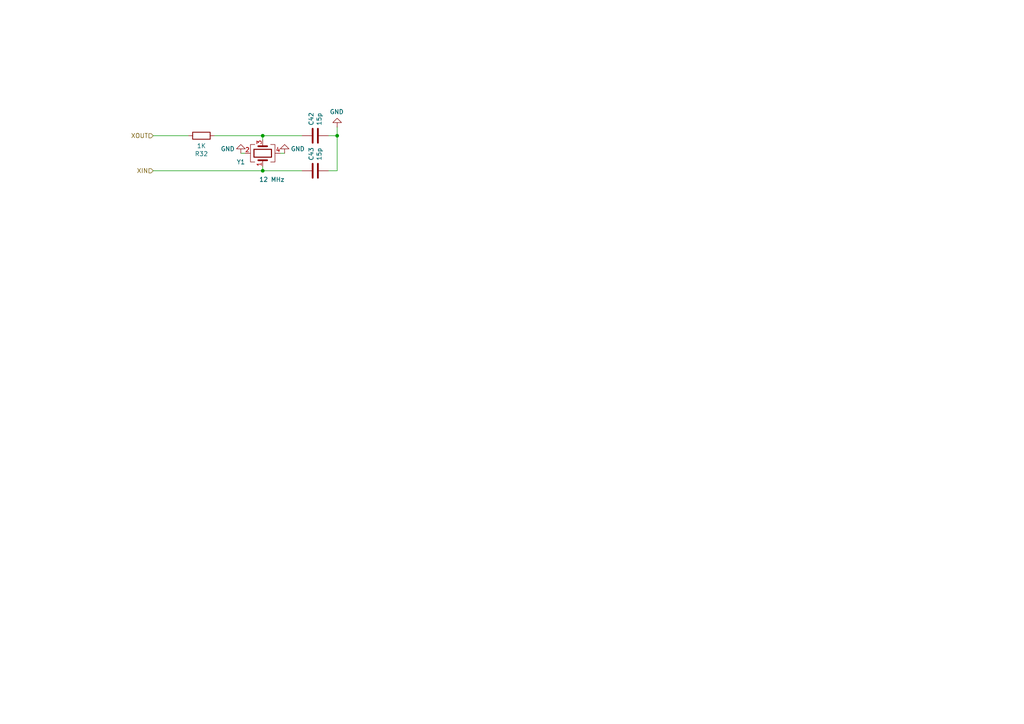
<source format=kicad_sch>
(kicad_sch (version 20231120) (generator "eeschema") (generator_version "8.0")
  (paper "A4")
  (title_block (title "FRANK M1") (date "2025-02-03") (rev "1.0") (company "Mikhail Matveev") (comment 1 "https://github.com/xtremespb/frank"))
  (lib_symbols
    (symbol "Device:C" (pin_numbers hide) (pin_names (offset 0.254))
      (property "Reference" "C" (at 0.635 2.54 0))
      (property "Value" "C" (at 0.635 -2.54 0))
      (symbol "C_0_1"
        (polyline (pts (xy -2.032 -0.762) (xy 2.032 -0.762)) (stroke (width 0.508)))
        (polyline (pts (xy -2.032 0.762) (xy 2.032 0.762)) (stroke (width 0.508)))
      )
      (symbol "C_1_1"
        (pin passive line (at 0 3.81 270) (length 2.794) (name "~") (number "1"))
        (pin passive line (at 0 -3.81 90) (length 2.794) (name "~") (number "2"))
      )
    )
    (symbol "Device:Crystal_GND24" (pin_names (offset 1.016) hide)
      (property "Reference" "Y" (at 3.175 5.08 0))
      (property "Value" "Crystal_GND24" (at 3.175 3.175 0))
      (symbol "Crystal_GND24_0_1"
        (rectangle (start -1.143 2.54) (end 1.143 -2.54) (stroke (width 0.3048)))
        (polyline (pts (xy -2.54 0) (xy -2.032 0)))
        (polyline (pts (xy -2.032 -1.27) (xy -2.032 1.27)) (stroke (width 0.508)))
        (polyline (pts (xy 0 -3.81) (xy 0 -3.556)))
        (polyline (pts (xy 0 3.556) (xy 0 3.81)))
        (polyline (pts (xy 2.032 -1.27) (xy 2.032 1.27)) (stroke (width 0.508)))
        (polyline (pts (xy 2.032 0) (xy 2.54 0)))
        (polyline (pts (xy -2.54 -2.286) (xy -2.54 -3.556) (xy 2.54 -3.556) (xy 2.54 -2.286)))
        (polyline (pts (xy -2.54 2.286) (xy -2.54 3.556) (xy 2.54 3.556) (xy 2.54 2.286)))
      )
      (symbol "Crystal_GND24_1_1"
        (pin passive line (at -3.81 0 0) (length 1.27) (name "1") (number "1"))
        (pin passive line (at 0 5.08 270) (length 1.27) (name "2") (number "2"))
        (pin passive line (at 3.81 0 180) (length 1.27) (name "3") (number "3"))
        (pin passive line (at 0 -5.08 90) (length 1.27) (name "4") (number "4"))
      )
    )
    (symbol "Device:R" (pin_numbers hide) (pin_names (offset 0))
      (property "Reference" "R" (at 2.032 0 90))
      (property "Value" "R" (at 0 0 90))
      (symbol "R_0_1"
        (rectangle (start -1.016 -2.54) (end 1.016 2.54) (stroke (width 0.254)))
      )
      (symbol "R_1_1"
        (pin passive line (at 0 3.81 270) (length 1.27) (name "~") (number "1"))
        (pin passive line (at 0 -3.81 90) (length 1.27) (name "~") (number "2"))
      )
    )
    (symbol "GND_11" (power) (pin_numbers hide) (pin_names (offset 0) hide)
      (property "Value" "GND" (at 0 -3.81 0))
      (symbol "GND_11_0_1"
        (polyline (pts (xy 0 0) (xy 0 -1.27) (xy 1.27 -1.27) (xy 0 -2.54) (xy -1.27 -1.27) (xy 0 -1.27)))
      )
      (symbol "GND_11_1_1"
        (pin power_in line (at 0 0 270) (length 0) (name "~") (number "1"))
      )
    )
    (symbol "GND_12" (power) (pin_numbers hide) (pin_names (offset 0) hide)
      (property "Value" "GND" (at 0 -3.81 0))
      (symbol "GND_12_0_1"
        (polyline (pts (xy 0 0) (xy 0 -1.27) (xy 1.27 -1.27) (xy 0 -2.54) (xy -1.27 -1.27) (xy 0 -1.27)))
      )
      (symbol "GND_12_1_1"
        (pin power_in line (at 0 0 270) (length 0) (name "~") (number "1"))
      )
    )
    (symbol "power:GND" (power) (pin_numbers hide) (pin_names (offset 0) hide)
      (property "Value" "GND" (at 0 -3.81 0))
      (symbol "GND_0_1"
        (polyline (pts (xy 0 0) (xy 0 -1.27) (xy 1.27 -1.27) (xy 0 -2.54) (xy -1.27 -1.27) (xy 0 -1.27)))
      )
      (symbol "GND_1_1"
        (pin power_in line (at 0 0 270) (length 0) (name "~") (number "1"))
      )
    )
  )
  (junction (at 97.79 39.37))
  (junction (at 76.2 39.37))
  (junction (at 76.2 49.53))
  (wire (pts (xy 95.25 49.53) (xy 97.79 49.53)))
  (wire (pts (xy 76.2 49.53) (xy 44.45 49.53)))
  (wire (pts (xy 71.12 44.45) (xy 69.85 44.45)))
  (wire (pts (xy 95.25 39.37) (xy 97.79 39.37)))
  (wire (pts (xy 76.2 48.26) (xy 76.2 49.53)))
  (wire (pts (xy 97.79 49.53) (xy 97.79 39.37)))
  (wire (pts (xy 54.61 39.37) (xy 44.45 39.37)))
  (wire (pts (xy 97.79 39.37) (xy 97.79 36.83)))
  (wire (pts (xy 76.2 40.64) (xy 76.2 39.37)))
  (wire (pts (xy 82.55 44.45) (xy 81.28 44.45)))
  (wire (pts (xy 76.2 39.37) (xy 62.23 39.37)))
  (wire (pts (xy 87.63 39.37) (xy 76.2 39.37)))
  (wire (pts (xy 87.63 49.53) (xy 76.2 49.53)))
  (hierarchical_label "XIN" (shape input) (at 44.45 49.53 180))
  (hierarchical_label "XOUT" (shape input) (at 44.45 39.37 180))
  (symbol (lib_id "Device:Crystal_GND24") (at 76.2 44.45 90) (unit 1)
    (property "Reference" "Y1" (at 71.12 46.99 90) (effects (justify left)))
    (property "Value" "12 MHz" (at 82.55 52.07 90) (effects (justify left)))
    (property "Footprint" "FRANK:Crystal (3225)" (effects (hide yes)))
    (property "Datasheet" "https://eu.mouser.com/datasheet/2/905/c_NX3225SA_e-1317523.pdf" (effects (hide yes)))
    (property "Description" "ABM8-272-T3" (effects (hide yes)))
    (property "AliExpress" "https://www.aliexpress.com/item/1005004661413307.html" (effects (hide yes)))
  )
  (symbol (lib_name "GND_12") (lib_id "power:GND") (at 82.55 44.45 180) (unit 1)
    (property "Reference" "#PWR068" (effects (hide yes)))
    (property "Value" "GND" (at 86.36 43.18 0))
    (property "Description" "Power symbol creates a global label with name \"GND\" , ground" (effects (hide yes)))
  )
  (symbol (lib_id "Device:R") (at 58.42 39.37 90) (unit 1)
    (property "Reference" "R32" (at 58.42 44.6278 90))
    (property "Value" "1K" (at 58.42 42.3164 90))
    (property "Footprint" "FRANK:Resistor (0805)" (effects (hide yes)))
    (property "Datasheet" "https://www.vishay.com/docs/28952/mcs0402at-mct0603at-mcu0805at-mca1206at.pdf" (effects (hide yes)))
    (property "AliExpress" "https://www.aliexpress.com/item/1005005945735199.html" (effects (hide yes)))
  )
  (symbol (lib_name "GND_11") (lib_id "power:GND") (at 69.85 44.45 180) (unit 1)
    (property "Reference" "#PWR067" (effects (hide yes)))
    (property "Value" "GND" (at 66.04 43.18 0))
    (property "Description" "Power symbol creates a global label with name \"GND\" , ground" (effects (hide yes)))
  )
  (symbol (lib_id "Device:C") (at 91.44 39.37 90) (unit 1)
    (property "Reference" "C42" (at 90.2716 36.449 0) (effects (justify left)))
    (property "Value" "15p" (at 92.583 36.449 0) (effects (justify left)))
    (property "Footprint" "FRANK:Capacitor (0805)" (effects (hide yes)))
    (property "Datasheet" "https://www.vishay.com/docs/45199/vjcommercialseries.pdf" (effects (hide yes)))
    (property "AliExpress" "https://www.aliexpress.com/item/33008008276.html" (effects (hide yes)))
  )
  (symbol (lib_id "power:GND") (at 97.79 36.83 180) (unit 1)
    (property "Reference" "#PWR066" (effects (hide yes)))
    (property "Value" "GND" (at 97.663 32.4358 0))
    (property "Description" "Power symbol creates a global label with name \"GND\" , ground" (effects (hide yes)))
  )
  (symbol (lib_id "Device:C") (at 91.44 49.53 90) (unit 1)
    (property "Reference" "C43" (at 90.2716 46.609 0) (effects (justify left)))
    (property "Value" "15p" (at 92.583 46.609 0) (effects (justify left)))
    (property "Footprint" "FRANK:Capacitor (0805)" (effects (hide yes)))
    (property "Datasheet" "https://www.vishay.com/docs/45199/vjcommercialseries.pdf" (effects (hide yes)))
    (property "AliExpress" "https://www.aliexpress.com/item/33008008276.html" (effects (hide yes)))
  )
)
</source>
